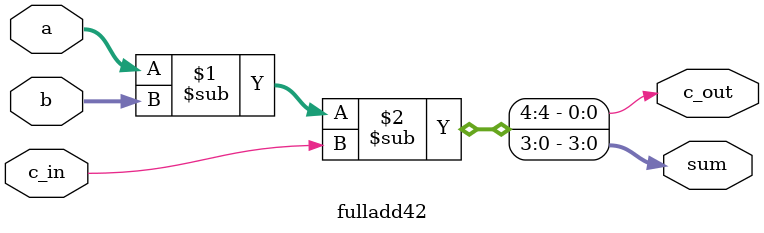
<source format=v>
module fulladd42(sum, c_out, a, b, c_in);
output [3:0] sum;
output c_out;
input[3:0] a, b;
input c_in;
assign {c_out, sum}=a-b-c_in;
endmodule

</source>
